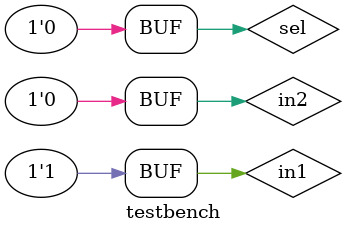
<source format=v>
module testbench ();
	wire out;
	reg sel;
	wire in1 ; 
	wire in2;

	assign in1 = 1'b 1;
	assign in2 = 1'b 0;
	mux_2_input UTT(in1 , in2, sel, out);
	initial begin 
		sel = 0;
		#100;

	end 
endmodule // testbench
</source>
